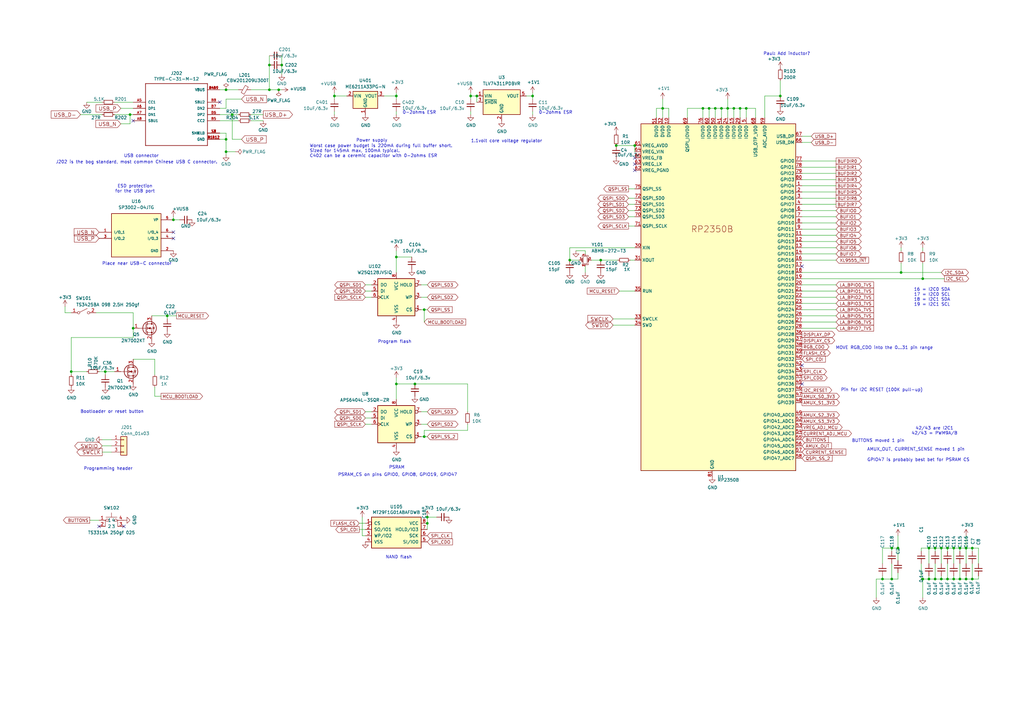
<source format=kicad_sch>
(kicad_sch (version 20231120) (generator "eeschema") (generator_version "8.0")
  (paper "A3")
  (junction (at 369.57 111.76))
  (junction (at 173.99 127))
  (junction (at 368.3 224.79))
  (junction (at 290.83 44.45))
  (junction (at 393.7 224.79))
  (junction (at 175.26 212.09))
  (junction (at 29.21 152.4))
  (junction (at 378.46 237.49))
  (junction (at 252.73 59.69))
  (junction (at 271.78 44.45))
  (junction (at 233.68 106.68))
  (junction (at 396.24 237.49))
  (junction (at 293.37 44.45))
  (junction (at 381 237.49))
  (junction (at 173.99 179.07))
  (junction (at 246.38 106.68))
  (junction (at 193.04 39.37))
  (junction (at 115.57 26.67))
  (junction (at 288.29 44.45))
  (junction (at 260.35 59.69))
  (junction (at 383.54 237.49))
  (junction (at 43.18 152.4))
  (junction (at 162.56 157.48))
  (junction (at 396.24 224.79))
  (junction (at 393.7 237.49))
  (junction (at 398.78 224.79))
  (junction (at 110.49 26.67))
  (junction (at 195.58 39.37))
  (junction (at 218.44 39.37))
  (junction (at 95.25 46.99))
  (junction (at 170.18 157.48))
  (junction (at 361.95 237.49))
  (junction (at 398.78 237.49))
  (junction (at 110.49 36.83))
  (junction (at 137.16 39.37))
  (junction (at 378.46 114.3))
  (junction (at 391.16 237.49))
  (junction (at 298.45 44.45))
  (junction (at 68.58 129.54))
  (junction (at 388.62 237.49))
  (junction (at 320.04 39.37))
  (junction (at 114.3 36.83))
  (junction (at 162.56 105.41))
  (junction (at 71.12 90.17))
  (junction (at 381 224.79))
  (junction (at 386.08 237.49))
  (junction (at 295.91 44.45))
  (junction (at 53.34 46.99))
  (junction (at 391.16 224.79))
  (junction (at 162.56 39.37))
  (junction (at 365.76 237.49))
  (junction (at 365.76 224.79))
  (junction (at 92.71 36.83))
  (junction (at 306.07 44.45))
  (junction (at 175.26 214.63))
  (junction (at 303.53 44.45))
  (junction (at 388.62 224.79))
  (junction (at 92.71 57.15))
  (junction (at 386.08 224.79))
  (junction (at 92.71 62.23))
  (junction (at 300.99 44.45))
  (junction (at 383.54 224.79))
  (junction (at 54.61 134.62))
  (no_connect (at 90.17 41.91))
  (no_connect (at 260.35 67.31))
  (no_connect (at 260.35 69.85))
  (no_connect (at 328.93 157.48))
  (no_connect (at 328.93 109.22))
  (no_connect (at 260.35 64.77))
  (no_connect (at 54.61 49.53))
  (no_connect (at 328.93 149.86))
  (no_connect (at 40.64 215.9))
  (no_connect (at 50.8 215.9))
  (no_connect (at 71.12 95.25))
  (no_connect (at 71.12 97.79))
  (wire (pts (xy 328.93 83.82) (xy 342.9 83.82)))
  (wire (pts (xy 303.53 44.45) (xy 306.07 44.45)))
  (wire (pts (xy 386.08 237.49) (xy 383.54 237.49)))
  (wire (pts (xy 29.21 153.67) (xy 29.21 152.4)))
  (wire (pts (xy 29.21 152.4) (xy 35.56 152.4)))
  (wire (pts (xy 260.35 83.82) (xy 257.81 83.82)))
  (wire (pts (xy 95.25 57.15) (xy 99.06 57.15)))
  (wire (pts (xy 40.64 152.4) (xy 43.18 152.4)))
  (wire (pts (xy 401.32 224.79) (xy 398.78 224.79)))
  (wire (pts (xy 29.21 128.27) (xy 26.67 128.27)))
  (wire (pts (xy 260.35 88.9) (xy 257.81 88.9)))
  (wire (pts (xy 313.69 39.37) (xy 313.69 48.26)))
  (wire (pts (xy 298.45 44.45) (xy 298.45 48.26)))
  (wire (pts (xy 251.46 133.35) (xy 260.35 133.35)))
  (wire (pts (xy 68.58 130.81) (xy 68.58 129.54)))
  (wire (pts (xy 41.91 185.42) (xy 45.72 185.42)))
  (wire (pts (xy 386.08 231.14) (xy 386.08 224.79)))
  (wire (pts (xy 90.17 57.15) (xy 92.71 57.15)))
  (wire (pts (xy 377.825 237.49) (xy 378.46 237.49)))
  (wire (pts (xy 218.44 39.37) (xy 218.44 40.64)))
  (wire (pts (xy 102.87 49.53) (xy 107.95 49.53)))
  (wire (pts (xy 381 237.49) (xy 378.46 237.49)))
  (wire (pts (xy 92.71 62.23) (xy 92.71 63.5)))
  (wire (pts (xy 115.57 26.67) (xy 115.57 30.48)))
  (wire (pts (xy 260.35 130.81) (xy 251.46 130.81)))
  (wire (pts (xy 218.44 38.1) (xy 218.44 39.37)))
  (wire (pts (xy 369.57 111.76) (xy 386.08 111.76)))
  (wire (pts (xy 54.61 41.91) (xy 46.99 41.91)))
  (wire (pts (xy 173.99 127) (xy 172.72 127)))
  (wire (pts (xy 195.58 39.37) (xy 195.58 41.91)))
  (wire (pts (xy 328.93 104.14) (xy 342.9 104.14)))
  (wire (pts (xy 396.24 237.49) (xy 398.78 237.49)))
  (wire (pts (xy 162.56 105.41) (xy 162.56 102.87)))
  (wire (pts (xy 92.71 54.61) (xy 92.71 57.15)))
  (wire (pts (xy 152.4 171.45) (xy 149.86 171.45)))
  (wire (pts (xy 253.365 106.68) (xy 246.38 106.68)))
  (wire (pts (xy 26.67 128.27) (xy 26.67 125.73)))
  (wire (pts (xy 162.56 163.83) (xy 162.56 157.48)))
  (wire (pts (xy 377.825 224.79) (xy 377.825 226.06)))
  (wire (pts (xy 378.46 101.6) (xy 378.46 102.87)))
  (wire (pts (xy 54.61 44.45) (xy 49.53 44.45)))
  (wire (pts (xy 342.9 66.04) (xy 328.93 66.04)))
  (wire (pts (xy 193.04 45.72) (xy 193.04 46.99)))
  (wire (pts (xy 36.83 213.36) (xy 40.64 213.36)))
  (wire (pts (xy 300.99 44.45) (xy 303.53 44.45)))
  (wire (pts (xy 99.06 40.64) (xy 92.71 40.64)))
  (wire (pts (xy 162.56 39.37) (xy 162.56 40.64)))
  (wire (pts (xy 381 224.79) (xy 377.825 224.79)))
  (wire (pts (xy 175.26 127) (xy 173.99 127)))
  (wire (pts (xy 29.21 138.43) (xy 54.61 138.43)))
  (wire (pts (xy 175.26 214.63) (xy 175.26 217.17)))
  (wire (pts (xy 388.62 231.14) (xy 388.62 237.49)))
  (wire (pts (xy 271.78 40.64) (xy 271.78 44.45)))
  (wire (pts (xy 328.93 73.66) (xy 342.9 73.66)))
  (wire (pts (xy 398.78 231.14) (xy 398.78 237.49)))
  (wire (pts (xy 300.99 44.45) (xy 300.99 48.26)))
  (wire (pts (xy 175.26 168.91) (xy 172.72 168.91)))
  (wire (pts (xy 137.16 38.1) (xy 137.16 39.37)))
  (wire (pts (xy 342.9 132.08) (xy 328.93 132.08)))
  (wire (pts (xy 393.7 226.06) (xy 393.7 224.79)))
  (wire (pts (xy 152.4 119.38) (xy 149.86 119.38)))
  (wire (pts (xy 96.52 62.23) (xy 92.71 62.23)))
  (wire (pts (xy 260.35 59.69) (xy 260.35 62.23)))
  (wire (pts (xy 41.91 41.91) (xy 35.56 41.91)))
  (wire (pts (xy 43.18 152.4) (xy 43.18 153.67)))
  (wire (pts (xy 29.21 152.4) (xy 29.21 138.43)))
  (wire (pts (xy 368.3 219.71) (xy 368.3 224.79)))
  (wire (pts (xy 152.4 173.99) (xy 149.86 173.99)))
  (wire (pts (xy 328.93 68.58) (xy 342.9 68.58)))
  (wire (pts (xy 237.49 106.68) (xy 233.68 106.68)))
  (wire (pts (xy 393.7 224.79) (xy 391.16 224.79)))
  (wire (pts (xy 320.04 33.02) (xy 320.04 39.37)))
  (wire (pts (xy 388.62 237.49) (xy 386.08 237.49)))
  (wire (pts (xy 39.37 128.27) (xy 54.61 128.27)))
  (wire (pts (xy 342.9 129.54) (xy 328.93 129.54)))
  (wire (pts (xy 396.24 224.79) (xy 396.24 219.71)))
  (wire (pts (xy 260.35 86.36) (xy 257.81 86.36)))
  (wire (pts (xy 149.86 219.71) (xy 148.59 219.71)))
  (wire (pts (xy 162.56 38.1) (xy 162.56 39.37)))
  (wire (pts (xy 332.74 55.88) (xy 328.93 55.88)))
  (wire (pts (xy 398.78 226.06) (xy 398.78 224.79)))
  (wire (pts (xy 361.95 224.79) (xy 365.76 224.79)))
  (wire (pts (xy 309.88 44.45) (xy 309.88 48.26)))
  (wire (pts (xy 41.91 182.88) (xy 45.72 182.88)))
  (wire (pts (xy 92.71 44.45) (xy 90.17 44.45)))
  (wire (pts (xy 173.99 176.53) (xy 191.77 176.53)))
  (wire (pts (xy 328.93 101.6) (xy 342.9 101.6)))
  (wire (pts (xy 92.71 40.64) (xy 92.71 44.45)))
  (wire (pts (xy 342.9 127) (xy 328.93 127)))
  (wire (pts (xy 298.45 44.45) (xy 300.99 44.45)))
  (wire (pts (xy 381 236.22) (xy 381 237.49)))
  (wire (pts (xy 173.99 179.07) (xy 173.99 176.53)))
  (wire (pts (xy 92.71 36.83) (xy 97.79 36.83)))
  (wire (pts (xy 260.35 101.6) (xy 233.68 101.6)))
  (wire (pts (xy 175.26 212.09) (xy 175.26 214.63)))
  (wire (pts (xy 162.56 111.76) (xy 162.56 105.41)))
  (wire (pts (xy 115.57 22.86) (xy 115.57 26.67)))
  (wire (pts (xy 383.54 237.49) (xy 381 237.49)))
  (wire (pts (xy 332.74 58.42) (xy 328.93 58.42)))
  (wire (pts (xy 162.56 157.48) (xy 170.18 157.48)))
  (wire (pts (xy 110.49 36.83) (xy 114.3 36.83)))
  (wire (pts (xy 342.9 134.62) (xy 328.93 134.62)))
  (wire (pts (xy 388.62 224.79) (xy 386.08 224.79)))
  (wire (pts (xy 90.17 54.61) (xy 92.71 54.61)))
  (wire (pts (xy 383.54 224.79) (xy 381 224.79)))
  (wire (pts (xy 110.49 26.67) (xy 110.49 36.83)))
  (wire (pts (xy 215.9 39.37) (xy 218.44 39.37)))
  (wire (pts (xy 368.3 224.79) (xy 368.3 229.87)))
  (wire (pts (xy 401.32 231.14) (xy 401.32 224.79)))
  (wire (pts (xy 54.61 128.27) (xy 54.61 134.62)))
  (wire (pts (xy 361.95 231.14) (xy 361.95 224.79)))
  (wire (pts (xy 342.9 81.28) (xy 328.93 81.28)))
  (wire (pts (xy 260.35 59.69) (xy 252.73 59.69)))
  (wire (pts (xy 191.77 157.48) (xy 170.18 157.48)))
  (wire (pts (xy 71.12 88.9) (xy 71.12 90.17)))
  (wire (pts (xy 97.79 46.99) (xy 95.25 46.99)))
  (wire (pts (xy 175.26 173.99) (xy 172.72 173.99)))
  (wire (pts (xy 378.46 114.3) (xy 387.35 114.3)))
  (wire (pts (xy 260.35 77.47) (xy 257.81 77.47)))
  (wire (pts (xy 110.49 22.86) (xy 110.49 26.67)))
  (wire (pts (xy 398.78 224.79) (xy 396.24 224.79)))
  (wire (pts (xy 328.93 99.06) (xy 342.9 99.06)))
  (wire (pts (xy 365.76 237.49) (xy 368.3 237.49)))
  (wire (pts (xy 62.23 129.54) (xy 68.58 129.54)))
  (wire (pts (xy 328.93 106.68) (xy 342.9 106.68)))
  (wire (pts (xy 369.57 107.95) (xy 369.57 111.76)))
  (wire (pts (xy 383.54 231.14) (xy 383.54 237.49)))
  (wire (pts (xy 381 231.14) (xy 381 224.79)))
  (wire (pts (xy 391.16 236.22) (xy 391.16 237.49)))
  (wire (pts (xy 179.07 212.09) (xy 175.26 212.09)))
  (wire (pts (xy 193.04 40.64) (xy 193.04 39.37)))
  (wire (pts (xy 137.16 45.72) (xy 137.16 46.99)))
  (wire (pts (xy 68.58 129.54) (xy 72.39 129.54)))
  (wire (pts (xy 41.91 180.34) (xy 45.72 180.34)))
  (wire (pts (xy 396.24 236.22) (xy 396.24 237.49)))
  (wire (pts (xy 328.93 96.52) (xy 342.9 96.52)))
  (wire (pts (xy 102.87 36.83) (xy 110.49 36.83)))
  (wire (pts (xy 342.9 116.84) (xy 328.93 116.84)))
  (wire (pts (xy 369.57 102.87) (xy 369.57 101.6)))
  (wire (pts (xy 386.08 224.79) (xy 383.54 224.79)))
  (wire (pts (xy 281.94 44.45) (xy 288.29 44.45)))
  (wire (pts (xy 54.61 46.99) (xy 53.34 46.99)))
  (wire (pts (xy 281.94 48.26) (xy 281.94 44.45)))
  (wire (pts (xy 396.24 237.49) (xy 393.7 237.49)))
  (wire (pts (xy 298.45 40.64) (xy 298.45 44.45)))
  (wire (pts (xy 342.9 119.38) (xy 328.93 119.38)))
  (wire (pts (xy 254 119.38) (xy 260.35 119.38)))
  (wire (pts (xy 342.9 71.12) (xy 328.93 71.12)))
  (wire (pts (xy 152.4 116.84) (xy 149.86 116.84)))
  (wire (pts (xy 102.87 46.99) (xy 107.95 46.99)))
  (wire (pts (xy 383.54 226.06) (xy 383.54 224.79)))
  (wire (pts (xy 313.69 39.37) (xy 320.04 39.37)))
  (wire (pts (xy 342.9 121.92) (xy 328.93 121.92)))
  (wire (pts (xy 393.7 237.49) (xy 391.16 237.49)))
  (wire (pts (xy 295.91 44.45) (xy 295.91 48.26)))
  (wire (pts (xy 90.17 46.99) (xy 95.25 46.99)))
  (wire (pts (xy 328.93 88.9) (xy 342.9 88.9)))
  (wire (pts (xy 274.32 44.45) (xy 274.32 48.26)))
  (wire (pts (xy 195.58 39.37) (xy 193.04 39.37)))
  (wire (pts (xy 260.35 81.28) (xy 257.81 81.28)))
  (wire (pts (xy 365.76 231.14) (xy 365.76 237.49)))
  (wire (pts (xy 359.41 237.49) (xy 359.41 245.11)))
  (wire (pts (xy 378.46 107.95) (xy 378.46 114.3)))
  (wire (pts (xy 63.5 162.56) (xy 66.04 162.56)))
  (wire (pts (xy 162.56 105.41) (xy 168.91 105.41)))
  (wire (pts (xy 53.34 50.8) (xy 53.34 46.99)))
  (wire (pts (xy 53.34 46.99) (xy 46.99 46.99)))
  (wire (pts (xy 149.86 214.63) (xy 147.32 214.63)))
  (wire (pts (xy 271.78 44.45) (xy 274.32 44.45)))
  (wire (pts (xy 152.4 168.91) (xy 149.86 168.91)))
  (wire (pts (xy 73.66 90.17) (xy 71.12 90.17)))
  (wire (pts (xy 342.9 124.46) (xy 328.93 124.46)))
  (wire (pts (xy 391.16 237.49) (xy 388.62 237.49)))
  (wire (pts (xy 393.7 231.14) (xy 393.7 237.49)))
  (wire (pts (xy 342.9 86.36) (xy 328.93 86.36)))
  (wire (pts (xy 328.93 114.3) (xy 378.46 114.3)))
  (wire (pts (xy 260.35 92.71) (xy 257.81 92.71)))
  (wire (pts (xy 386.08 236.22) (xy 386.08 237.49)))
  (wire (pts (xy 396.24 231.14) (xy 396.24 224.79)))
  (wire (pts (xy 328.93 111.76) (xy 369.57 111.76)))
  (wire (pts (xy 240.03 109.22) (xy 240.03 111.76)))
  (wire (pts (xy 365.76 224.79) (xy 365.76 226.06)))
  (wire (pts (xy 377.825 231.14) (xy 377.825 237.49)))
  (wire (pts (xy 41.91 46.99) (xy 33.02 46.99)))
  (wire (pts (xy 191.77 176.53) (xy 191.77 173.99)))
  (wire (pts (xy 191.77 168.91) (xy 191.77 157.48)))
  (wire (pts (xy 175.26 179.07) (xy 173.99 179.07)))
  (wire (pts (xy 293.37 44.45) (xy 295.91 44.45)))
  (wire (pts (xy 293.37 44.45) (xy 293.37 48.26)))
  (wire (pts (xy 137.16 40.64) (xy 137.16 39.37)))
  (wire (pts (xy 147.32 217.17) (xy 149.86 217.17)))
  (wire (pts (xy 361.95 236.22) (xy 361.95 237.49)))
  (wire (pts (xy 401.32 237.49) (xy 401.32 236.22)))
  (wire (pts (xy 391.16 224.79) (xy 388.62 224.79)))
  (wire (pts (xy 240.03 102.87) (xy 240.03 104.14)))
  (wire (pts (xy 43.18 152.4) (xy 46.99 152.4)))
  (wire (pts (xy 95.25 46.99) (xy 95.25 57.15)))
  (wire (pts (xy 391.16 231.14) (xy 391.16 224.79)))
  (wire (pts (xy 90.17 36.83) (xy 92.71 36.83)))
  (wire (pts (xy 303.53 48.26) (xy 303.53 44.45)))
  (wire (pts (xy 288.29 44.45) (xy 288.29 48.26)))
  (wire (pts (xy 342.9 76.2) (xy 328.93 76.2)))
  (wire (pts (xy 290.83 44.45) (xy 293.37 44.45)))
  (wire (pts (xy 175.26 116.84) (xy 172.72 116.84)))
  (wire (pts (xy 90.17 49.53) (xy 97.79 49.53)))
  (wire (pts (xy 193.04 38.1) (xy 193.04 39.37)))
  (wire (pts (xy 63.5 153.67) (xy 63.5 147.32)))
  (wire (pts (xy 328.93 78.74) (xy 342.9 78.74)))
  (wire (pts (xy 306.07 44.45) (xy 306.07 48.26)))
  (wire (pts (xy 54.61 134.62) (xy 54.61 138.43)))
  (wire (pts (xy 393.7 224.79) (xy 396.24 224.79)))
  (wire (pts (xy 233.68 101.6) (xy 233.68 106.68)))
  (wire (pts (xy 271.78 44.45) (xy 269.24 44.45)))
  (wire (pts (xy 368.3 234.95) (xy 368.3 237.49)))
  (wire (pts (xy 290.83 44.45) (xy 290.83 48.26)))
  (wire (pts (xy 162.56 157.48) (xy 162.56 154.94)))
  (wire (pts (xy 306.07 44.45) (xy 309.88 44.45)))
  (wire (pts (xy 361.95 237.49) (xy 365.76 237.49)))
  (wire (pts (xy 398.78 237.49) (xy 401.32 237.49)))
  (wire (pts (xy 175.26 121.92) (xy 172.72 121.92)))
  (wire (pts (xy 63.5 147.32) (xy 54.61 147.32)))
  (wire (pts (xy 173.99 127) (xy 173.99 132.08)))
  (wire (pts (xy 260.35 106.68) (xy 258.445 106.68)))
  (wire (pts (xy 236.22 102.87) (xy 240.03 102.87)))
  (wire (pts (xy 359.41 237.49) (xy 361.95 237.49)))
  (wire (pts (xy 92.71 57.15) (xy 92.71 62.23)))
  (wire (pts (xy 388.62 226.06) (xy 388.62 224.79)))
  (wire (pts (xy 114.3 36.83) (xy 115.57 36.83)))
  (wire (pts (xy 269.24 44.45) (xy 269.24 48.26)))
  (wire (pts (xy 218.44 45.72) (xy 218.44 46.99)))
  (wire (pts (xy 295.91 44.45) (xy 298.45 44.45)))
  (wire (pts (xy 242.57 106.68) (xy 246.38 106.68)))
  (wire (pts (xy 288.29 44.45) (xy 290.83 44.45)))
  (wire (pts (xy 152.4 121.92) (xy 149.86 121.92)))
  (wire (pts (xy 342.9 91.44) (xy 328.93 91.44)))
  (wire (pts (xy 368.3 224.79) (xy 365.76 224.79)))
  (wire (pts (xy 157.48 39.37) (xy 162.56 39.37)))
  (wire (pts (xy 173.99 179.07) (xy 172.72 179.07)))
  (wire (pts (xy 162.56 45.72) (xy 162.56 46.99)))
  (wire (pts (xy 63.5 158.75) (xy 63.5 162.56)))
  (wire (pts (xy 49.53 50.8) (xy 53.34 50.8)))
  (wire (pts (xy 148.59 219.71) (xy 148.59 212.09)))
  (wire (pts (xy 142.24 39.37) (xy 137.16 39.37)))
  (wire (pts (xy 328.93 93.98) (xy 342.9 93.98)))
  (wire (pts (xy 271.78 44.45) (xy 271.78 48.26)))
  (wire (pts (xy 378.46 237.49) (xy 378.46 245.11)))
  (text "42/43 are I2C1\n42/43 = PWM9A/B" (at 383.286 176.784 0) (effects (font (size 1.27 1.27))))
  (text "PSRAM\n" (at 159.512 192.532 0) (effects (font (size 1.27 1.27)) (justify left bottom)))
  (text "GPIO47 is probably best bet for PSRAM CS\n" (at 376.682 188.722 0) (effects (font (size 1.27 1.27))))
  (text "USB connector" (at 50.8 64.77 0) (effects (font (size 1.27 1.27)) (justify left bottom)))
  (text "NAND flash\n" (at 163.576 228.6 0) (effects (font (size 1.27 1.27))))
  (text "Pin for I2C RESET (100K pull-up)\n" (at 361.696 160.02 0) (effects (font (size 1.27 1.27))))
  (text "Bootloader or reset button" (at 45.974 168.91 0) (effects (font (size 1.27 1.27))))
  (text "Place near USB-C connector" (at 56.134 108.204 0) (effects (font (size 1.27 1.27))))
  (text "16 = I2C0 SDA\n17 = I2C0 SCL\n18 = I2C1 SDA\n19 = I2C1 SCL" (at 382.27 121.92 0) (effects (font (size 1.27 1.27))))
  (text "Power supply" (at 146.05 58.42 0) (effects (font (size 1.27 1.27)) (justify left bottom)))
  (text "ESD protection\nfor the USB port" (at 55.372 77.47 0) (effects (font (size 1.27 1.27))))
  (text "AMUX_OUT, CURRENT_SENSE moved 1 pin" (at 375.666 184.404 0) (effects (font (size 1.27 1.27))))
  (text "MOVE RGB_CDO into the 0...31 pin range\n" (at 362.712 142.748 0) (effects (font (size 1.27 1.27))))
  (text "J202 is the bog standard, most common Chinese USB C connector." (at 22.86 67.31 0) (effects (font (size 1.27 1.27)) (justify left bottom)))
  (text "Program flash" (at 154.94 140.97 0) (effects (font (size 1.27 1.27)) (justify left bottom)))
  (text "Worst case power budget is 220mA during full buffer short.\nSized for 145mA max, 100mA typical.\nC402 can be a ceremic capacitor with 0-2ohms ESR" (at 127 64.77 0) (effects (font (size 1.27 1.27)) (justify left bottom)))
  (text "Paul: Add inductor?" (at 313.055 22.86 0) (effects (font (size 1.27 1.27)) (justify left bottom)))
  (text "1.1volt core voltage regulator" (at 207.772 57.912 0) (effects (font (size 1.27 1.27))))
  (text "PSRAM_CS on pins GPIO0, GPIO8, GPIO19, GPIO47" (at 163.068 194.818 0) (effects (font (size 1.27 1.27))))
  (text "Programming header" (at 34.29 193.04 0) (effects (font (size 1.27 1.27)) (justify left bottom)))
  (text "0-2ohms ESR\n" (at 165.1 46.99 0) (effects (font (size 1.27 1.27)) (justify left bottom)))
  (text "0-2ohms ESR\n" (at 220.98 46.99 0) (effects (font (size 1.27 1.27)) (justify left bottom)))
  (text "BUTTONS moved 1 pin\n" (at 360.172 180.848 0) (effects (font (size 1.27 1.27))))
  (global_label "BUFIO3" (shape bidirectional) (at 342.9 93.98 0) (property "Intersheetrefs" "${INTERSHEET_REFS}" (effects (hide yes))))
  (global_label "BUFDIR3" (shape output) (at 342.9 73.66 0) (property "Intersheetrefs" "${INTERSHEET_REFS}" (effects (hide yes))))
  (global_label "BUFIO1" (shape bidirectional) (at 342.9 88.9 0) (property "Intersheetrefs" "${INTERSHEET_REFS}" (effects (hide yes))))
  (global_label "LA_BPIO4_TVS" (shape input) (at 342.9 127 0) (property "Intersheetrefs" "${INTERSHEET_REFS}" (effects (hide yes))))
  (global_label "QSPI_SD3" (shape bidirectional) (at 257.81 88.9 180) (property "Intersheetrefs" "${INTERSHEET_REFS}" (effects (hide yes))))
  (global_label "SWDIO" (shape bidirectional) (at 251.46 133.35 180) (effects (font (size 1.524 1.524))) (property "Intersheetrefs" "${INTERSHEET_REFS}" (effects (hide yes))))
  (global_label "QSPI_SCLK" (shape input) (at 149.86 121.92 180) (property "Intersheetrefs" "${INTERSHEET_REFS}" (effects (hide yes))))
  (global_label "SPI_CDO" (shape input) (at 175.26 222.25 0) (property "Intersheetrefs" "${INTERSHEET_REFS}" (effects (hide yes))))
  (global_label "QSPI_SS" (shape input) (at 175.26 127 0) (property "Intersheetrefs" "${INTERSHEET_REFS}" (effects (hide yes))))
  (global_label "AMUX_S1_3V3" (shape output) (at 328.93 165.1 0) (property "Intersheetrefs" "${INTERSHEET_REFS}" (effects (hide yes))))
  (global_label "SPI_CDI" (shape output) (at 147.32 217.17 180) (property "Intersheetrefs" "${INTERSHEET_REFS}" (effects (hide yes))))
  (global_label "FLASH_CS" (shape input) (at 147.32 214.63 180) (property "Intersheetrefs" "${INTERSHEET_REFS}" (effects (hide yes))))
  (global_label "RGB_CDO" (shape output) (at 328.93 142.24 0) (property "Intersheetrefs" "${INTERSHEET_REFS}" (effects (hide yes))))
  (global_label "I2C_SDA" (shape bidirectional) (at 386.08 111.76 0) (property "Intersheetrefs" "${INTERSHEET_REFS}" (effects (hide yes))))
  (global_label "AMUX_S0_3V3" (shape output) (at 328.93 162.56 0) (property "Intersheetrefs" "${INTERSHEET_REFS}" (effects (hide yes))))
  (global_label "MCU_RESET" (shape input) (at 254 119.38 180) (property "Intersheetrefs" "${INTERSHEET_REFS}" (effects (hide yes))))
  (global_label "USB_N" (shape input) (at 49.53 50.8 180) (effects (font (size 1.524 1.524))) (property "Intersheetrefs" "${INTERSHEET_REFS}" (effects (hide yes))))
  (global_label "USB_P" (shape input) (at 49.53 44.45 180) (effects (font (size 1.524 1.524))) (property "Intersheetrefs" "${INTERSHEET_REFS}" (effects (hide yes))))
  (global_label "LA_BPIO6_TVS" (shape input) (at 342.9 132.08 0) (property "Intersheetrefs" "${INTERSHEET_REFS}" (effects (hide yes))))
  (global_label "SWCLK" (shape output) (at 41.91 185.42 180) (effects (font (size 1.524 1.524))) (property "Intersheetrefs" "${INTERSHEET_REFS}" (effects (hide yes))))
  (global_label "QSPI_SD1" (shape bidirectional) (at 149.86 168.91 180) (property "Intersheetrefs" "${INTERSHEET_REFS}" (effects (hide yes))))
  (global_label "CURRENT_SENSE" (shape input) (at 328.93 185.42 0) (property "Intersheetrefs" "${INTERSHEET_REFS}" (effects (hide yes))))
  (global_label "QSPI_SS_2" (shape input) (at 175.26 179.07 0) (property "Intersheetrefs" "${INTERSHEET_REFS}" (effects (hide yes))))
  (global_label "QSPI_SCLK" (shape output) (at 257.81 92.71 180) (property "Intersheetrefs" "${INTERSHEET_REFS}" (effects (hide yes))))
  (global_label "BUTTONS" (shape input) (at 328.93 180.34 0) (property "Intersheetrefs" "${INTERSHEET_REFS}" (effects (hide yes))))
  (global_label "I2C_SCL" (shape output) (at 387.35 114.3 0) (property "Intersheetrefs" "${INTERSHEET_REFS}" (effects (hide yes))))
  (global_label "VREG_ADJ_MCU" (shape output) (at 328.93 175.26 0) (property "Intersheetrefs" "${INTERSHEET_REFS}" (effects (hide yes))))
  (global_label "BUFDIR1" (shape output) (at 342.9 68.58 0) (property "Intersheetrefs" "${INTERSHEET_REFS}" (effects (hide yes))))
  (global_label "BUFIO7" (shape bidirectional) (at 342.9 104.14 0) (property "Intersheetrefs" "${INTERSHEET_REFS}" (effects (hide yes))))
  (global_label "LA_BPIO3_TVS" (shape input) (at 342.9 124.46 0) (property "Intersheetrefs" "${INTERSHEET_REFS}" (effects (hide yes))))
  (global_label "LA_BPIO2_TVS" (shape input) (at 342.9 121.92 0) (property "Intersheetrefs" "${INTERSHEET_REFS}" (effects (hide yes))))
  (global_label "XL9555_~{INT}" (shape input) (at 342.9 106.68 0) (property "Intersheetrefs" "${INTERSHEET_REFS}" (effects (hide yes))))
  (global_label "CURRENT_ADJ_MCU" (shape output) (at 328.93 177.8 0) (property "Intersheetrefs" "${INTERSHEET_REFS}" (effects (hide yes))))
  (global_label "QSPI_SD2" (shape bidirectional) (at 175.26 173.99 0) (property "Intersheetrefs" "${INTERSHEET_REFS}" (effects (hide yes))))
  (global_label "QSPI_SD3" (shape bidirectional) (at 175.26 168.91 0) (property "Intersheetrefs" "${INTERSHEET_REFS}" (effects (hide yes))))
  (global_label "AMUX_OUT" (shape input) (at 328.93 182.88 0) (property "Intersheetrefs" "${INTERSHEET_REFS}" (effects (hide yes))))
  (global_label "QSPI_SD2" (shape bidirectional) (at 175.26 121.92 0) (property "Intersheetrefs" "${INTERSHEET_REFS}" (effects (hide yes))))
  (global_label "BUFDIR0" (shape output) (at 342.9 66.04 0) (property "Intersheetrefs" "${INTERSHEET_REFS}" (effects (hide yes))))
  (global_label "USB_N" (shape input) (at 40.64 95.25 180) (effects (font (size 1.524 1.524))) (property "Intersheetrefs" "${INTERSHEET_REFS}" (effects (hide yes))))
  (global_label "SPI_CLK" (shape output) (at 328.93 152.4 0) (property "Intersheetrefs" "${INTERSHEET_REFS}" (effects (hide yes))))
  (global_label "MCU_RESET" (shape output) (at 72.39 129.54 0) (property "Intersheetrefs" "${INTERSHEET_REFS}" (effects (hide yes))))
  (global_label "BUFIO6" (shape bidirectional) (at 342.9 101.6 0) (property "Intersheetrefs" "${INTERSHEET_REFS}" (effects (hide yes))))
  (global_label "BUTTONS" (shape output) (at 36.83 213.36 180) (property "Intersheetrefs" "${INTERSHEET_REFS}" (effects (hide yes))))
  (global_label "QSPI_SS" (shape output) (at 257.81 77.47 180) (property "Intersheetrefs" "${INTERSHEET_REFS}" (effects (hide yes))))
  (global_label "SPI_CDI" (shape input) (at 328.93 147.32 0) (property "Intersheetrefs" "${INTERSHEET_REFS}" (effects (hide yes))))
  (global_label "SWCLK" (shape input) (at 251.46 130.81 180) (effects (font (size 1.524 1.524))) (property "Intersheetrefs" "${INTERSHEET_REFS}" (effects (hide yes))))
  (global_label "QSPI_SD1" (shape bidirectional) (at 149.86 116.84 180) (property "Intersheetrefs" "${INTERSHEET_REFS}" (effects (hide yes))))
  (global_label "LA_BPIO1_TVS" (shape input) (at 342.9 119.38 0) (property "Intersheetrefs" "${INTERSHEET_REFS}" (effects (hide yes))))
  (global_label "QSPI_SD0" (shape bidirectional) (at 149.86 171.45 180) (property "Intersheetrefs" "${INTERSHEET_REFS}" (effects (hide yes))))
  (global_label "DISPLAY_CS" (shape output) (at 328.93 139.7 0) (property "Intersheetrefs" "${INTERSHEET_REFS}" (effects (hide yes))))
  (global_label "USB_D-" (shape input) (at 33.02 46.99 180) (effects (font (size 1.524 1.524))) (property "Intersheetrefs" "${INTERSHEET_REFS}" (effects (hide yes))))
  (global_label "QSPI_SD2" (shape bidirectional) (at 257.81 86.36 180) (property "Intersheetrefs" "${INTERSHEET_REFS}" (effects (hide yes))))
  (global_label "LA_BPIO0_TVS" (shape input) (at 342.9 116.84 0) (property "Intersheetrefs" "${INTERSHEET_REFS}" (effects (hide yes))))
  (global_label "USB_D+" (shape input) (at 332.74 55.88 0) (property "Intersheetrefs" "${INTERSHEET_REFS}" (effects (hide yes))))
  (global_label "BUFDIR2" (shape output) (at 342.9 71.12 0) (property "Intersheetrefs" "${INTERSHEET_REFS}" (effects (hide yes))))
  (global_label "SPI_CLK" (shape input) (at 175.26 219.71 0) (property "Intersheetrefs" "${INTERSHEET_REFS}" (effects (hide yes))))
  (global_label "DISPLAY_DP" (shape output) (at 328.93 137.16 0) (property "Intersheetrefs" "${INTERSHEET_REFS}" (effects (hide yes))))
  (global_label "USB_P" (shape input) (at 40.64 97.79 180) (effects (font (size 1.524 1.524))) (property "Intersheetrefs" "${INTERSHEET_REFS}" (effects (hide yes))))
  (global_label "QSPI_SD1" (shape bidirectional) (at 257.81 83.82 180) (property "Intersheetrefs" "${INTERSHEET_REFS}" (effects (hide yes))))
  (global_label "LA_BPIO7_TVS" (shape input) (at 342.9 134.62 0) (property "Intersheetrefs" "${INTERSHEET_REFS}" (effects (hide yes))))
  (global_label "BUFDIR6" (shape output) (at 342.9 81.28 0) (property "Intersheetrefs" "${INTERSHEET_REFS}" (effects (hide yes))))
  (global_label "I2C_RESET" (shape output) (at 328.93 160.02 0) (property "Intersheetrefs" "${INTERSHEET_REFS}" (effects (hide yes))))
  (global_label "QSPI_SD0" (shape bidirectional) (at 257.81 81.28 180) (property "Intersheetrefs" "${INTERSHEET_REFS}" (effects (hide yes))))
  (global_label "MCU_BOOTLOAD" (shape output) (at 66.04 162.56 0) (property "Intersheetrefs" "${INTERSHEET_REFS}" (effects (hide yes))))
  (global_label "USB_P" (shape input) (at 99.06 57.15 0) (effects (font (size 1.524 1.524))) (property "Intersheetrefs" "${INTERSHEET_REFS}" (effects (hide yes))))
  (global_label "QSPI_SS_2" (shape input) (at 328.93 187.96 0) (property "Intersheetrefs" "${INTERSHEET_REFS}" (effects (hide yes))))
  (global_label "MCU_BOOTLOAD" (shape input) (at 173.99 132.08 0) (property "Intersheetrefs" "${INTERSHEET_REFS}" (effects (hide yes))))
  (global_label "USB_N" (shape input) (at 99.06 40.64 0) (effects (font (size 1.524 1.524))) (property "Intersheetrefs" "${INTERSHEET_REFS}" (effects (hide yes))))
  (global_label "QSPI_SCLK" (shape input) (at 149.86 173.99 180) (property "Intersheetrefs" "${INTERSHEET_REFS}" (effects (hide yes))))
  (global_label "BUFIO4" (shape bidirectional) (at 342.9 96.52 0) (property "Intersheetrefs" "${INTERSHEET_REFS}" (effects (hide yes))))
  (global_label "QSPI_SD3" (shape bidirectional) (at 175.26 116.84 0) (property "Intersheetrefs" "${INTERSHEET_REFS}" (effects (hide yes))))
  (global_label "LA_BPIO5_TVS" (shape input) (at 342.9 129.54 0) (property "Intersheetrefs" "${INTERSHEET_REFS}" (effects (hide yes))))
  (global_label "BUFIO0" (shape bidirectional) (at 342.9 86.36 0) (property "Intersheetrefs" "${INTERSHEET_REFS}" (effects (hide yes))))
  (global_label "SWDIO" (shape bidirectional) (at 41.91 182.88 180) (effects (font (size 1.524 1.524))) (property "Intersheetrefs" "${INTERSHEET_REFS}" (effects (hide yes))))
  (global_label "BUFDIR4" (shape output) (at 342.9 76.2 0) (property "Intersheetrefs" "${INTERSHEET_REFS}" (effects (hide yes))))
  (global_label "BUFDIR5" (shape output) (at 342.9 78.74 0) (property "Intersheetrefs" "${INTERSHEET_REFS}" (effects (hide yes))))
  (global_label "BUFDIR7" (shape output) (at 342.9 83.82 0) (property "Intersheetrefs" "${INTERSHEET_REFS}" (effects (hide yes))))
  (global_label "USB_D+" (shape output) (at 107.95 46.99 0) (effects (font (size 1.524 1.524))) (property "Intersheetrefs" "${INTERSHEET_REFS}" (effects (hide yes))))
  (global_label "BUFIO5" (shape bidirectional) (at 342.9 99.06 0) (property "Intersheetrefs" "${INTERSHEET_REFS}" (effects (hide yes))))
  (global_label "BUFIO2" (shape bidirectional) (at 342.9 91.44 0) (property "Intersheetrefs" "${INTERSHEET_REFS}" (effects (hide yes))))
  (global_label "QSPI_SD0" (shape bidirectional) (at 149.86 119.38 180) (property "Intersheetrefs" "${INTERSHEET_REFS}" (effects (hide yes))))
  (global_label "SPI_CDO" (shape output) (at 328.93 154.94 0) (property "Intersheetrefs" "${INTERSHEET_REFS}" (effects (hide yes))))
  (global_label "USB_D-" (shape input) (at 332.74 58.42 0) (property "Intersheetrefs" "${INTERSHEET_REFS}" (effects (hide yes))))
  (global_label "FLASH_CS" (shape output) (at 328.93 144.78 0) (property "Intersheetrefs" "${INTERSHEET_REFS}" (effects (hide yes))))
  (global_label "AMUX_S3_3V3" (shape output) (at 328.93 172.72 0) (property "Intersheetrefs" "${INTERSHEET_REFS}" (effects (hide yes))))
  (global_label "AMUX_S2_3V3" (shape output) (at 328.93 170.18 0) (property "Intersheetrefs" "${INTERSHEET_REFS}" (effects (hide yes))))
  (symbol (lib_id "Device:C_Small") (at 137.16 43.18 0) (unit 1)
    (property "Reference" "C401" (at 134.62 41.91 0) (effects (justify right)))
    (property "Value" "10uF/6.3v" (at 134.62 44.45 0) (effects (justify right)))
    (property "Footprint" "Capacitor_SMD:C_0402_1005Metric" (effects (hide yes)))
    (property "Description" "CL05A106MQ5NUN" (effects (hide yes)))
    (property "RMB" "0.037726" (effects (hide yes)))
    (property "Supplier" "https://item.szlcsc.com/1877.html" (effects (hide yes)))
    (property "MANUFACTURER" "Samsung" (effects (hide yes)))
  )
  (symbol (lib_id "Device:C_Small") (at 162.56 43.18 0) (unit 1)
    (property "Reference" "C402" (at 164.8968 42.0116 0) (effects (justify left)))
    (property "Value" "10uF/6.3v" (at 164.8968 44.323 0) (effects (justify left)))
    (property "Footprint" "Capacitor_SMD:C_0402_1005Metric" (effects (hide yes)))
    (property "Description" "CL05A106MQ5NUN" (effects (hide yes)))
    (property "RMB" "0.043101" (effects (hide yes)))
    (property "Supplier" "https://item.szlcsc.com/108589.html" (effects (hide yes)))
    (property "MANUFACTURER" "Samsung" (effects (hide yes)))
  )
  (symbol (lib_id "power:GND") (at 149.86 46.99 0) (unit 1)
    (property "Reference" "#PWR0403" (effects (hide yes)))
    (property "Value" "GND" (at 149.987 51.3842 0))
  )
  (symbol (lib_id "power:GND") (at 137.16 46.99 0) (unit 1)
    (property "Reference" "#PWR0402" (effects (hide yes)))
    (property "Value" "GND" (at 137.287 51.3842 0))
  )
  (symbol (lib_id "power:GND") (at 162.56 46.99 0) (unit 1)
    (property "Reference" "#PWR0405" (effects (hide yes)))
    (property "Value" "GND" (at 162.687 51.3842 0))
  )
  (symbol (lib_id "power:+3V3") (at 162.56 38.1 0) (unit 1)
    (property "Reference" "#PWR0404" (effects (hide yes)))
    (property "Value" "+3V3" (at 162.941 33.7058 0))
  )
  (symbol (lib_id "kicad5-device:Ferrite_Bead_Small") (at 100.33 36.83 270) (unit 1)
    (property "Reference" "L201" (at 100.33 30.8102 90))
    (property "Value" "CBW201209U300T" (at 101.6 33.02 90))
    (property "Footprint" "Inductor_SMD:L_0805_2012Metric" (effects (hide yes)))
    (property "RMB" "0.175802	0.175802" (effects (hide yes)))
    (property "Supplier" "https://item.szlcsc.com/263551.html" (effects (hide yes)))
  )
  (symbol (lib_id "power:GND") (at 115.57 30.48 0) (unit 1)
    (property "Reference" "#PWR0205" (effects (hide yes)))
    (property "Value" "GND" (at 115.57 34.29 0))
  )
  (symbol (lib_id "Device:R_Small") (at 44.45 41.91 90) (mirror x) (unit 1)
    (property "Reference" "R201" (at 49.53 40.64 90))
    (property "Value" "5.1K" (at 40.64 40.64 90))
    (property "Footprint" "Resistor_SMD:R_0402_1005Metric" (effects (hide yes)))
    (property "Description" "Resistor" (effects (hide yes)))
    (property "RMB" "0.0065" (effects (hide yes)))
    (property "Supplier" "https://item.szlcsc.com/107087.html" (effects (hide yes)))
  )
  (symbol (lib_id "Device:R_Small") (at 100.33 49.53 270) (unit 1)
    (property "Reference" "R204" (at 95.25 48.26 90))
    (property "Value" "5.1K" (at 104.14 48.26 90))
    (property "Footprint" "Resistor_SMD:R_0402_1005Metric" (effects (hide yes)))
    (property "Description" "Resistor" (effects (hide yes)))
    (property "RMB" "0.0065" (effects (hide yes)))
    (property "Supplier" "https://item.szlcsc.com/107087.html" (effects (hide yes)))
  )
  (symbol (lib_id "power:GND") (at 107.95 49.53 0) (unit 1)
    (property "Reference" "#PWR0204" (effects (hide yes)))
    (property "Value" "GND" (at 107.95 53.34 0))
  )
  (symbol (lib_id "Device:R_Small") (at 44.45 46.99 90) (mirror x) (unit 1)
    (property "Reference" "R202" (at 49.53 48.26 90))
    (property "Value" "27R" (at 39.37 48.26 90))
    (property "Footprint" "Resistor_SMD:R_0402_1005Metric" (effects (hide yes)))
    (property "RMB" "0.006505" (effects (hide yes)))
    (property "Supplier" "https://item.szlcsc.com/116009.html" (effects (hide yes)))
  )
  (symbol (lib_id "power:GND") (at 92.71 63.5 0) (unit 1)
    (property "Reference" "#PWR0203" (effects (hide yes)))
    (property "Value" "GND" (at 92.71 67.31 0))
  )
  (symbol (lib_id "power:GND") (at 41.91 180.34 270) (unit 1)
    (property "Reference" "#PWR0202" (effects (hide yes)))
    (property "Value" "GND" (at 36.83 180.34 90))
  )
  (symbol (lib_id "dp-power:+VUSB") (at 137.16 38.1 0) (unit 1)
    (property "Reference" "#PWR0401" (effects (hide yes)))
    (property "Value" "+VUSB" (at 134.62 34.29 0))
  )
  (symbol (lib_id "dp-power:+VUSB") (at 115.57 36.83 270) (unit 1)
    (property "Reference" "#PWR0206" (effects (hide yes)))
    (property "Value" "+VUSB" (at 118.8212 36.449 90) (effects (justify left)))
  )
  (symbol (lib_id "power:PWR_FLAG") (at 92.71 36.83 0) (unit 1)
    (property "Reference" "#FLG0201" (effects (hide yes)))
    (property "Value" "PWR_FLAG" (at 88.392 30.48 0))
  )
  (symbol (lib_id "power:GND") (at 35.56 41.91 0) (unit 1)
    (property "Reference" "#PWR0201" (effects (hide yes)))
    (property "Value" "GND" (at 35.56 45.72 0))
  )
  (symbol (lib_id "power:PWR_FLAG") (at 114.3 36.83 180) (unit 1)
    (property "Reference" "#FLG0203" (effects (hide yes)))
    (property "Value" "PWR_FLAG" (at 114.3 41.2242 0))
  )
  (symbol (lib_id "power:PWR_FLAG") (at 96.52 62.23 270) (unit 1)
    (property "Reference" "#FLG0202" (effects (hide yes)))
    (property "Value" "PWR_FLAG" (at 104.14 62.23 90))
  )
  (symbol (lib_id "power:GND") (at 162.56 132.08 0) (unit 1)
    (property "Reference" "#PWR0105" (effects (hide yes)))
    (property "Value" "GND" (at 162.687 136.4742 0))
  )
  (symbol (lib_id "power:+3V3") (at 162.56 102.87 0) (unit 1)
    (property "Reference" "#PWR0104" (effects (hide yes)))
    (property "Value" "+3V3" (at 162.56 99.06 0))
  )
  (symbol (lib_id "power:GND") (at 246.38 111.76 0) (unit 1)
    (property "Reference" "#PWR0114" (effects (hide yes)))
    (property "Value" "GND" (at 246.38 115.57 0))
  )
  (symbol (lib_id "Device:C_Small") (at 246.38 109.22 0) (unit 1)
    (property "Reference" "C106" (at 250.825 107.95 0))
    (property "Value" "15pF" (at 250.825 110.49 0))
    (property "Footprint" "Capacitor_SMD:C_0402_1005Metric" (effects (hide yes)))
    (property "RMB" "0.022142" (effects (hide yes)))
    (property "Supplier" "https://item.szlcsc.com/306263.html" (effects (hide yes)))
  )
  (symbol (lib_id "power:GND") (at 233.68 111.76 0) (unit 1)
    (property "Reference" "#PWR0111" (effects (hide yes)))
    (property "Value" "GND" (at 233.68 115.57 0))
  )
  (symbol (lib_id "Device:C_Small") (at 233.68 109.22 0) (unit 1)
    (property "Reference" "C105" (at 227.33 107.95 0))
    (property "Value" "15pF" (at 227.33 110.49 0))
    (property "Footprint" "Capacitor_SMD:C_0402_1005Metric" (effects (hide yes)))
    (property "RMB" "0.022142" (effects (hide yes)))
    (property "Supplier" "https://item.szlcsc.com/306263.html" (effects (hide yes)))
  )
  (symbol (lib_id "Device:R_Small") (at 100.33 46.99 270) (mirror x) (unit 1)
    (property "Reference" "R203" (at 95.25 45.72 90))
    (property "Value" "27R" (at 105.41 45.72 90))
    (property "Footprint" "Resistor_SMD:R_0402_1005Metric" (effects (hide yes)))
    (property "RMB" "0.006505" (effects (hide yes)))
    (property "Supplier" "https://item.szlcsc.com/116009.html" (effects (hide yes)))
  )
  (symbol (lib_id "Device:C_Small") (at 381 233.68 0) (unit 1)
    (property "Reference" "C110" (at 381 222.25 90))
    (property "Value" "0.1uF" (at 381 241.3 90))
    (property "Footprint" "Capacitor_SMD:C_0402_1005Metric" (effects (hide yes)))
    (property "RMB" "0.00628" (effects (hide yes)))
    (property "Supplier" "https://item.szlcsc.com/1877.html" (effects (hide yes)))
  )
  (symbol (lib_id "Device:C_Small") (at 383.54 228.6 0) (unit 1)
    (property "Reference" "C111" (at 383.54 222.25 90))
    (property "Value" "0.1uF" (at 383.54 241.3 90))
    (property "Footprint" "Capacitor_SMD:C_0402_1005Metric" (effects (hide yes)))
    (property "RMB" "0.00628" (effects (hide yes)))
    (property "Supplier" "https://item.szlcsc.com/1877.html" (effects (hide yes)))
  )
  (symbol (lib_id "power:+3V3") (at 396.24 219.71 0) (unit 1)
    (property "Reference" "#PWR0125" (effects (hide yes)))
    (property "Value" "+3V3" (at 396.621 215.3158 0))
  )
  (symbol (lib_id "power:GND") (at 378.46 245.11 0) (unit 1)
    (property "Reference" "#PWR0124" (effects (hide yes)))
    (property "Value" "GND" (at 378.587 249.5042 0))
  )
  (symbol (lib_id "Device:C_Small") (at 386.08 233.68 0) (unit 1)
    (property "Reference" "C112" (at 386.08 222.25 90))
    (property "Value" "0.1uF" (at 386.08 241.3 90))
    (property "Footprint" "Capacitor_SMD:C_0402_1005Metric" (effects (hide yes)))
    (property "RMB" "0.00628" (effects (hide yes)))
    (property "Supplier" "https://item.szlcsc.com/1877.html" (effects (hide yes)))
  )
  (symbol (lib_id "Device:C_Small") (at 388.62 228.6 0) (unit 1)
    (property "Reference" "C113" (at 388.62 222.25 90))
    (property "Value" "0.1uF" (at 388.62 241.3 90))
    (property "Footprint" "Capacitor_SMD:C_0402_1005Metric" (effects (hide yes)))
    (property "RMB" "0.00628" (effects (hide yes)))
    (property "Supplier" "https://item.szlcsc.com/1877.html" (effects (hide yes)))
  )
  (symbol (lib_id "Device:C_Small") (at 391.16 233.68 0) (unit 1)
    (property "Reference" "C114" (at 391.16 222.25 90))
    (property "Value" "0.1uF" (at 391.16 241.3 90))
    (property "Footprint" "Capacitor_SMD:C_0402_1005Metric" (effects (hide yes)))
    (property "RMB" "0.00628" (effects (hide yes)))
    (property "Supplier" "https://item.szlcsc.com/1877.html" (effects (hide yes)))
  )
  (symbol (lib_id "Device:C_Small") (at 393.7 228.6 0) (unit 1)
    (property "Reference" "C115" (at 393.7 222.25 90))
    (property "Value" "0.1uF" (at 393.7 241.3 90))
    (property "Footprint" "Capacitor_SMD:C_0402_1005Metric" (effects (hide yes)))
    (property "RMB" "0.00628" (effects (hide yes)))
    (property "Supplier" "https://item.szlcsc.com/1877.html" (effects (hide yes)))
  )
  (symbol (lib_id "Device:C_Small") (at 113.03 22.86 270) (mirror x) (unit 1)
    (property "Reference" "C201" (at 119.38 20.32 90) (effects (justify right)))
    (property "Value" "10uF/6.3v" (at 121.92 22.86 90) (effects (justify right)))
    (property "Footprint" "Capacitor_SMD:C_0402_1005Metric" (effects (hide yes)))
    (property "Description" "CL05A106MQ5NUN" (effects (hide yes)))
    (property "RMB" "0.037726" (effects (hide yes)))
    (property "Supplier" "https://item.szlcsc.com/1877.html" (effects (hide yes)))
    (property "MANUFACTURER" "Samsung" (effects (hide yes)))
  )
  (symbol (lib_id "Device:C_Small") (at 113.03 26.67 270) (mirror x) (unit 1)
    (property "Reference" "C202" (at 121.92 26.67 90) (effects (justify right)))
    (property "Value" "10uF/6.3v" (at 121.92 29.21 90) (effects (justify right)))
    (property "Footprint" "Capacitor_SMD:C_0402_1005Metric" (effects (hide yes)))
    (property "Description" "CL05A106MQ5NUN" (effects (hide yes)))
    (property "RMB" "0.037726" (effects (hide yes)))
    (property "Supplier" "https://item.szlcsc.com/1877.html" (effects (hide yes)))
    (property "MANUFACTURER" "Samsung" (effects (hide yes)))
  )
  (symbol (lib_id "Device:C_Small") (at 361.95 233.68 0) (unit 1)
    (property "Reference" "C117" (at 361.95 222.25 90))
    (property "Value" "0.1uF" (at 361.95 241.3 90))
    (property "Footprint" "Capacitor_SMD:C_0402_1005Metric" (effects (hide yes)))
    (property "RMB" "0.00628" (effects (hide yes)))
    (property "Supplier" "https://item.szlcsc.com/1877.html" (effects (hide yes)))
  )
  (symbol (lib_id "Device:C_Small") (at 365.76 228.6 0) (unit 1)
    (property "Reference" "C118" (at 365.76 222.25 90))
    (property "Value" "0.1uF" (at 365.76 241.3 90))
    (property "Footprint" "Capacitor_SMD:C_0402_1005Metric" (effects (hide yes)))
    (property "RMB" "0.00628" (effects (hide yes)))
    (property "Supplier" "https://item.szlcsc.com/1877.html" (effects (hide yes)))
  )
  (symbol (lib_id "power:+1V1") (at 368.3 219.71 0) (unit 1)
    (property "Reference" "#PWR0127" (effects (hide yes)))
    (property "Value" "+1V1" (at 368.681 215.3158 0))
  )
  (symbol (lib_id "power:GND") (at 359.41 245.11 0) (unit 1)
    (property "Reference" "#PWR0126" (effects (hide yes)))
    (property "Value" "GND" (at 359.537 249.5042 0))
  )
  (symbol (lib_id "Device:Crystal_GND24_Small") (at 240.03 106.68 0) (unit 1)
    (property "Reference" "Y101" (at 242.57 100.33 0) (effects (justify left)))
    (property "Value" "ABM8-272-T3" (at 242.57 102.87 0) (effects (justify left)))
    (property "Footprint" "Crystal:Crystal_SMD_3225-4Pin_3.2x2.5mm" (effects (hide yes)))
    (property "Description" "12MHz" (effects (hide yes)))
    (property "RMB" "0.8432" (effects (hide yes)))
    (property "Supplier" "https://item.szlcsc.com/260706.html" (effects (hide yes)))
  )
  (symbol (lib_id "power:GND") (at 240.03 111.76 0) (unit 1)
    (property "Reference" "#PWR0113" (effects (hide yes)))
    (property "Value" "GND" (at 240.03 115.57 0))
  )
  (symbol (lib_id "power:GND") (at 236.22 102.87 0) (unit 1)
    (property "Reference" "#PWR0112" (effects (hide yes)))
    (property "Value" "GND" (at 236.22 107.95 0))
  )
  (symbol (lib_id "Device:C_Small") (at 168.91 107.95 0) (unit 1)
    (property "Reference" "C104" (at 170.18 100.33 0))
    (property "Value" "10uF/6.3v" (at 170.18 102.87 0))
    (property "Footprint" "Capacitor_SMD:C_0402_1005Metric" (effects (hide yes)))
    (property "Description" "CL05A106MQ5NUN" (effects (hide yes)))
    (property "RMB" "0.043101" (effects (hide yes)))
    (property "Supplier" "https://item.szlcsc.com/108589.html" (effects (hide yes)))
    (property "MANUFACTURER" "Samsung" (effects (hide yes)))
  )
  (symbol (lib_id "power:GND") (at 168.91 110.49 0) (unit 1)
    (property "Reference" "#PWR0109" (effects (hide yes)))
    (property "Value" "GND" (at 172.72 111.76 0))
  )
  (symbol (lib_id "Device:C_Small") (at 396.24 233.68 0) (unit 1)
    (property "Reference" "C116" (at 396.24 222.25 90))
    (property "Value" "0.1uF" (at 396.24 241.3 90))
    (property "Footprint" "Capacitor_SMD:C_0402_1005Metric" (effects (hide yes)))
    (property "RMB" "0.00628" (effects (hide yes)))
    (property "Supplier" "https://item.szlcsc.com/1877.html" (effects (hide yes)))
  )
  (symbol (lib_id "dp-memory:xm25qh128a") (at 162.56 127 0) (unit 1)
    (property "Reference" "U102" (at 153.67 109.22 0))
    (property "Value" "W25Q128JVSIQ" (at 153.67 111.76 0))
    (property "Footprint" "Package_SO:SOP-8_5.28x5.23mm_P1.27mm" (effects (hide yes)))
    (property "RMB" "9.85" (effects (hide yes)))
    (property "Supplier" "https://item.szlcsc.com/98729.html" (effects (hide yes)))
  )
  (symbol (lib_id "Device:R_Small") (at 320.04 30.48 0) (unit 1)
    (property "Reference" "R103" (at 323.85 29.21 0))
    (property "Value" "200R" (at 323.85 31.75 0))
    (property "Footprint" "Resistor_SMD:R_0402_1005Metric" (effects (hide yes)))
    (property "RMB" "0.006373" (effects (hide yes)))
    (property "Supplier" "https://item.szlcsc.com/116008.html" (effects (hide yes)))
  )
  (symbol (lib_id "power:+3V3") (at 320.04 27.94 0) (unit 1)
    (property "Reference" "#PWR0122" (effects (hide yes)))
    (property "Value" "+3V3" (at 317.5 24.13 0))
  )
  (symbol (lib_id "Device:C_Small") (at 320.04 41.91 0) (unit 1)
    (property "Reference" "C109" (at 325.12 40.64 0))
    (property "Value" "10uF/6.3v" (at 325.12 43.18 0))
    (property "Footprint" "Capacitor_SMD:C_0402_1005Metric" (effects (hide yes)))
    (property "Description" "CL05A106MQ5NUN" (effects (hide yes)))
    (property "RMB" "0.043101" (effects (hide yes)))
    (property "Supplier" "https://item.szlcsc.com/108589.html" (effects (hide yes)))
    (property "MANUFACTURER" "Samsung" (effects (hide yes)))
  )
  (symbol (lib_id "power:GND") (at 320.04 44.45 0) (unit 1)
    (property "Reference" "#PWR0123" (effects (hide yes)))
    (property "Value" "GND" (at 320.167 48.8442 0))
  )
  (symbol (lib_id "Switch:SW_SPST") (at 34.29 128.27 0) (unit 1)
    (property "Reference" "SW101" (at 34.29 122.301 0))
    (property "Value" "TS3425BA 098 2.5H 250gf" (at 44.196 124.968 0))
    (property "Footprint" "Button_Switch_SMD:SW_SPST_PTS810" (effects (hide yes)))
  )
  (symbol (lib_id "Connector_Generic:Conn_01x03") (at 50.8 182.88 0) (unit 1)
    (property "Reference" "J201" (at 49.53 175.26 0) (effects (justify left)))
    (property "Value" "Conn_01x03" (at 49.53 177.8 0) (effects (justify left)))
    (property "Footprint" "Connector_PinSocket_2.54mm:PinSocket_1x03_P2.54mm_Vertical" (effects (hide yes)))
  )
  (symbol (lib_name "TYPE-C-31-M-12_2") (lib_id "usb-c:TYPE-C-31-M-12") (at 72.39 46.99 0) (unit 1)
    (property "Reference" "J202" (at 72.39 30.0482 0))
    (property "Value" "TYPE-C-31-M-12" (at 72.39 32.3596 0))
    (property "Footprint" "usb-c:HRO_TYPE-C-31-M-12" (effects (hide yes)))
    (property "Datasheet" "HRO Electronics" (effects (hide yes)))
    (property "Field4" "3.31mm" (effects (hide yes)))
    (property "Field5" "A" (effects (hide yes)))
    (property "Field6" "Manufacturer Recommendations" (effects (hide yes)))
  )
  (symbol (lib_id "Regulator_Linear:AP2204RA-3.3") (at 149.86 39.37 0) (unit 1)
    (property "Reference" "U401" (at 149.86 33.02 0))
    (property "Value" "ME6211A33PG-N" (at 149.86 35.56 0))
    (property "Footprint" "Package_TO_SOT_SMD:SOT-89-3" (effects (hide yes)))
    (property "Datasheet" "https://www.diodes.com/assets/Datasheets/AP2204.pdf" (effects (hide yes)))
  )
  (symbol (lib_id "dp-switch:4P_button_sw") (at 45.72 214.63 0) (unit 1)
    (property "Reference" "SW102" (at 45.72 208.28 0))
    (property "Value" "TS3315A 250gf 025" (at 45.72 218.44 0))
    (property "Footprint" "dp-switch:GT-TC026X-HXXX-LX" (effects (hide yes)))
  )
  (symbol (lib_id "power:GND") (at 149.86 222.25 0) (unit 1)
    (property "Reference" "#PWR0129" (effects (hide yes)))
    (property "Value" "GND" (effects (hide yes)))
  )
  (symbol (lib_id "power:+3V3") (at 175.26 212.09 0) (unit 1)
    (property "Reference" "#PWR0143" (effects (hide yes)))
    (property "Value" "+3V3" (at 175.26 208.28 0))
  )
  (symbol (lib_id "power:GND") (at 184.15 212.09 0) (unit 1)
    (property "Reference" "#PWR0144" (effects (hide yes)))
    (property "Value" "GND" (effects (hide yes)))
  )
  (symbol (lib_id "power:+3V3") (at 148.59 212.09 0) (unit 1)
    (property "Reference" "#PWR0145" (effects (hide yes)))
    (property "Value" "+3V3" (at 148.59 208.28 0))
  )
  (symbol (lib_id "dp-memory:MT29F1G01ABAFDWB") (at 162.56 218.44 0) (unit 1)
    (property "Reference" "U105" (at 162.56 207.8228 0))
    (property "Value" "MT29F1G01ABAFDWB" (at 162.56 210.1342 0))
    (property "Footprint" "dp-memory:U-PDFN-8" (effects (hide yes)))
  )
  (symbol (lib_id "power:GND") (at 170.18 162.56 0) (unit 1)
    (property "Reference" "#PWR066" (effects (hide yes)))
    (property "Value" "GND" (at 173.99 163.83 0))
  )
  (symbol (lib_id "Device:C_Small") (at 170.18 160.02 0) (unit 1)
    (property "Reference" "C19" (at 171.45 152.4 0))
    (property "Value" "10uF/6.3v" (at 171.45 154.94 0))
    (property "Footprint" "Capacitor_SMD:C_0402_1005Metric" (effects (hide yes)))
    (property "Description" "CL05A106MQ5NUN" (effects (hide yes)))
    (property "RMB" "0.043101" (effects (hide yes)))
    (property "Supplier" "https://item.szlcsc.com/108589.html" (effects (hide yes)))
    (property "MANUFACTURER" "Samsung" (effects (hide yes)))
  )
  (symbol (lib_id "power:GND") (at 54.61 157.48 0) (unit 1)
    (property "Reference" "#PWR072" (effects (hide yes)))
    (property "Value" "GND" (at 54.737 161.8742 0))
  )
  (symbol (lib_id "Device:C_Small") (at 193.04 43.18 0) (unit 1)
    (property "Reference" "C10" (at 190.5 41.91 0) (effects (justify right)))
    (property "Value" "10uF/6.3v" (at 190.5 44.45 0) (effects (justify right)))
    (property "Footprint" "Capacitor_SMD:C_0402_1005Metric" (effects (hide yes)))
    (property "Description" "CL05A106MQ5NUN" (effects (hide yes)))
    (property "RMB" "0.037726" (effects (hide yes)))
    (property "Supplier" "https://item.szlcsc.com/1877.html" (effects (hide yes)))
    (property "MANUFACTURER" "Samsung" (effects (hide yes)))
  )
  (symbol (lib_id "Device:C_Small") (at 43.18 156.21 0) (unit 1)
    (property "Reference" "C36" (at 45.974 148.844 0) (effects (justify right)))
    (property "Value" "10uF/6.3v" (at 46.99 150.876 0) (effects (justify right)))
    (property "Footprint" "Capacitor_SMD:C_0402_1005Metric" (effects (hide yes)))
    (property "Description" "CL05A106MQ5NUN" (effects (hide yes)))
    (property "RMB" "0.037726" (effects (hide yes)))
    (property "Supplier" "https://item.szlcsc.com/1877.html" (effects (hide yes)))
    (property "MANUFACTURER" "Samsung" (effects (hide yes)))
  )
  (symbol (lib_id "power:GND") (at 50.8 213.36 90) (unit 1)
    (property "Reference" "#PWR028" (effects (hide yes)))
    (property "Value" "GND" (at 55.1942 213.233 0))
  )
  (symbol (lib_id "dp-power:+VUSB") (at 193.04 38.1 0) (unit 1)
    (property "Reference" "#PWR039" (effects (hide yes)))
    (property "Value" "+VUSB" (at 190.5 34.29 0))
  )
  (symbol (lib_id "Device:R_Small") (at 29.21 156.21 0) (unit 1)
    (property "Reference" "R11" (at 33.02 154.94 0))
    (property "Value" "10K" (at 33.02 157.48 0))
    (property "Footprint" "Resistor_SMD:R_0402_1005Metric" (effects (hide yes)))
    (property "RMB" "0.006373" (effects (hide yes)))
    (property "Supplier" "https://item.szlcsc.com/116008.html" (effects (hide yes)))
  )
  (symbol (lib_id "Device:R_Small") (at 38.1 152.4 90) (unit 1)
    (property "Reference" "R10" (at 36.83 148.59 0))
    (property "Value" "470K" (at 39.37 148.59 0))
    (property "Footprint" "Resistor_SMD:R_0402_1005Metric" (effects (hide yes)))
    (property "RMB" "0.006373" (effects (hide yes)))
    (property "Supplier" "https://item.szlcsc.com/116008.html" (effects (hide yes)))
  )
  (symbol (lib_id "power:GND") (at 205.74 49.53 0) (unit 1)
    (property "Reference" "#PWR041" (effects (hide yes)))
    (property "Value" "GND" (at 205.867 53.9242 0))
  )
  (symbol (lib_id "Device:C_Small") (at 252.73 62.23 0) (unit 1)
    (property "Reference" "C4" (at 255.905 61.595 0))
    (property "Value" "10uF/6.3v" (at 257.175 63.5 0))
    (property "Footprint" "Capacitor_SMD:C_0402_1005Metric" (effects (hide yes)))
    (property "Description" "CL05A106MQ5NUN" (effects (hide yes)))
    (property "RMB" "0.022142" (effects (hide yes)))
    (property "Supplier" "https://item.szlcsc.com/306263.html" (effects (hide yes)))
    (property "MANUFACTURER" "Samsung" (effects (hide yes)))
  )
  (symbol (lib_id "Device:C_Small") (at 76.2 90.17 90) (unit 1)
    (property "Reference" "C24" (at 81.026 87.63 90) (effects (justify right)))
    (property "Value" "10uF/6.3v" (at 80.518 90.17 90) (effects (justify right)))
    (property "Footprint" "Capacitor_SMD:C_0402_1005Metric" (effects (hide yes)))
    (property "Description" "CL05A106MQ5NUN" (effects (hide yes)))
    (property "RMB" "0.037726" (effects (hide yes)))
    (property "Supplier" "https://item.szlcsc.com/1877.html" (effects (hide yes)))
    (property "MANUFACTURER" "Samsung" (effects (hide yes)))
  )
  (symbol (lib_id "Device:R_Small") (at 63.5 156.21 0) (unit 1)
    (property "Reference" "R12" (at 67.31 154.94 0))
    (property "Value" "1K" (at 67.31 157.48 0))
    (property "Footprint" "Resistor_SMD:R_0402_1005Metric" (effects (hide yes)))
    (property "RMB" "0.006373" (effects (hide yes)))
    (property "Supplier" "https://item.szlcsc.com/116008.html" (effects (hide yes)))
  )
  (symbol (lib_id "power:+3V3") (at 378.46 101.6 0) (unit 1)
    (property "Reference" "#PWR012" (effects (hide yes)))
    (property "Value" "+3V3" (at 378.46 97.79 0))
  )
  (symbol (lib_id "power:GND") (at 162.56 184.15 0) (unit 1)
    (property "Reference" "#PWR064" (effects (hide yes)))
    (property "Value" "GND" (at 162.687 188.5442 0))
  )
  (symbol (lib_id "power:GND") (at 218.44 46.99 0) (unit 1)
    (property "Reference" "#PWR043" (effects (hide yes)))
    (property "Value" "GND" (at 218.567 51.3842 0))
  )
  (symbol (lib_id "IP4220CZ6F:IP4220CZ6F") (at 55.88 95.25 0) (unit 1)
    (property "Reference" "U16" (at 55.88 82.55 0))
    (property "Value" "SP3002-04JTG" (at 55.88 85.09 0))
    (property "Footprint" "Package_TO_SOT_SMD:SOT-363_SC-70-6" (effects (hide yes)))
    (property "Datasheet" "https://www.littelfuse.com/assetdocs/tvs-diode-array-spa-sp3002-datasheet?assetguid=c8b2f2f8-79d8-4a9c-8435-7393b0361abe" (effects (hide yes)))
    (property "MANUFACTURER" "Littelfuse" (effects (hide yes)))
  )
  (symbol (lib_id "Device:C_Small") (at 368.3 232.41 0) (unit 1)
    (property "Reference" "C2" (at 368.3 226.06 90))
    (property "Value" "0.1uF" (at 368.3 245.11 90))
    (property "Footprint" "Capacitor_SMD:C_0402_1005Metric" (effects (hide yes)))
    (property "RMB" "0.00628" (effects (hide yes)))
    (property "Supplier" "https://item.szlcsc.com/1877.html" (effects (hide yes)))
  )
  (symbol (lib_id "Device:R_Small") (at 255.905 106.68 90) (unit 1)
    (property "Reference" "R2" (at 256.54 108.585 90))
    (property "Value" "1K" (at 257.175 110.49 90))
    (property "Footprint" "Resistor_SMD:R_0402_1005Metric" (effects (hide yes)))
    (property "RMB" "0.006373" (effects (hide yes)))
    (property "Supplier" "https://item.szlcsc.com/116008.html" (effects (hide yes)))
  )
  (symbol (lib_id "power:+1V1") (at 218.44 38.1 0) (unit 1)
    (property "Reference" "#PWR042" (effects (hide yes)))
    (property "Value" "+1V1" (at 218.821 33.7058 0))
  )
  (symbol (lib_id "power:GND") (at 71.12 102.87 0) (unit 1)
    (property "Reference" "#PWR092" (effects (hide yes)))
    (property "Value" "GND" (at 71.12 106.68 0))
  )
  (symbol (lib_id "power:GND") (at 62.23 139.7 0) (unit 1)
    (property "Reference" "#PWR014" (effects (hide yes)))
    (property "Value" "GND" (at 62.357 144.0942 0))
  )
  (symbol (lib_id "power:GND") (at 68.58 135.89 0) (unit 1)
    (property "Reference" "#PWR076" (effects (hide yes)))
    (property "Value" "GND" (at 68.707 140.2842 0))
  )
  (symbol (lib_id "Transistor_FET:BSS138") (at 59.69 134.62 0) (unit 1)
    (property "Reference" "Q5" (at 55.88 137.16 0))
    (property "Value" "2N7002KT" (at 54.61 139.7 0))
    (property "Footprint" "library:SOT-523" (effects (hide yes)))
    (property "Datasheet" "https://www.onsemi.com/download/data-sheet/pdf/2n7002t-d.pdf" (effects (hide yes)))
    (property "RMB" "0.140017" (effects (hide yes)))
    (property "Supplier" "https://item.szlcsc.com/544697.html" (effects (hide yes)))
    (property "MANUFACTURER" "CBI" (effects (hide yes)))
  )
  (symbol (lib_id "dp-memory:xm25qh128a") (at 162.56 179.07 0) (unit 1)
    (property "Reference" "U8" (at 149.86 161.544 0))
    (property "Value" "APS6404L-3SQR-ZR" (at 149.606 164.084 0))
    (property "Footprint" "library:USON-8-3x2mm_P0.5mm_EPthin" (effects (hide yes)))
    (property "RMB" "9.85" (effects (hide yes)))
    (property "Supplier" "https://item.szlcsc.com/98729.html" (effects (hide yes)))
  )
  (symbol (lib_id "dp-power:+VUSB") (at 71.12 88.9 0) (unit 1)
    (property "Reference" "#PWR091" (effects (hide yes)))
    (property "Value" "+VUSB" (at 70.739 85.6488 0) (effects (justify left)))
  )
  (symbol (lib_id "power:GND") (at 252.73 64.77 0) (unit 1)
    (property "Reference" "#PWR027" (effects (hide yes)))
    (property "Value" "GND" (at 255.905 67.31 0))
  )
  (symbol (lib_id "Device:R_Small") (at 252.73 57.15 0) (unit 1)
    (property "Reference" "R1" (at 256.54 55.88 0))
    (property "Value" "10R" (at 256.54 58.42 0))
    (property "Footprint" "Resistor_SMD:R_0402_1005Metric" (effects (hide yes)))
    (property "RMB" "0.006373" (effects (hide yes)))
    (property "Supplier" "https://item.szlcsc.com/116008.html" (effects (hide yes)))
  )
  (symbol (lib_id "Device:R_Small") (at 378.46 105.41 0) (unit 1)
    (property "Reference" "R9" (at 381 104.1399 0) (effects (justify left)))
    (property "Value" "10K" (at 381 106.6799 0) (effects (justify left)))
    (property "Footprint" "Resistor_SMD:R_0402_1005Metric" (effects (hide yes)))
    (property "RMB" "0.006373" (effects (hide yes)))
    (property "Supplier" "https://item.szlcsc.com/116008.html" (effects (hide yes)))
  )
  (symbol (lib_id "power:+3V3") (at 298.45 40.64 0) (unit 1)
    (property "Reference" "#PWR022" (effects (hide yes)))
    (property "Value" "+3V3" (at 295.91 36.83 0))
  )
  (symbol (lib_id "power:GND") (at 43.18 158.75 0) (unit 1)
    (property "Reference" "#PWR075" (effects (hide yes)))
    (property "Value" "GND" (at 43.307 163.1442 0))
  )
  (symbol (lib_id "power:+3V3") (at 162.56 154.94 0) (unit 1)
    (property "Reference" "#PWR063" (effects (hide yes)))
    (property "Value" "+3V3" (at 162.56 151.13 0))
  )
  (symbol (lib_id "power:+3V3") (at 369.57 101.6 0) (unit 1)
    (property "Reference" "#PWR011" (effects (hide yes)))
    (property "Value" "+3V3" (at 369.57 97.79 0))
  )
  (symbol (lib_id "Device:C_Small") (at 401.32 233.68 0) (unit 1)
    (property "Reference" "C8" (at 401.32 222.25 90))
    (property "Value" "0.1uF" (at 401.066 241.046 90))
    (property "Footprint" "Capacitor_SMD:C_0402_1005Metric" (effects (hide yes)))
    (property "RMB" "0.00628" (effects (hide yes)))
    (property "Supplier" "https://item.szlcsc.com/1877.html" (effects (hide yes)))
  )
  (symbol (lib_id "Device:C_Small") (at 398.78 228.6 0) (unit 1)
    (property "Reference" "C7" (at 399.034 221.996 90))
    (property "Value" "0.1uF" (at 398.526 241.046 90))
    (property "Footprint" "Capacitor_SMD:C_0402_1005Metric" (effects (hide yes)))
    (property "RMB" "0.00628" (effects (hide yes)))
    (property "Supplier" "https://item.szlcsc.com/1877.html" (effects (hide yes)))
  )
  (symbol (lib_id "Transistor_FET:BSS138") (at 52.07 152.4 0) (unit 1)
    (property "Reference" "Q1" (at 49.276 156.21 0))
    (property "Value" "2N7002KT" (at 49.022 159.004 0))
    (property "Footprint" "library:SOT-523" (effects (hide yes)))
    (property "Datasheet" "https://www.onsemi.com/download/data-sheet/pdf/2n7002t-d.pdf" (effects (hide yes)))
    (property "RMB" "0.140017" (effects (hide yes)))
    (property "Supplier" "https://item.szlcsc.com/544697.html" (effects (hide yes)))
    (property "MANUFACTURER" "CBI" (effects (hide yes)))
  )
  (symbol (lib_id "power:GND") (at 292.1 195.58 0) (unit 1)
    (property "Reference" "#PWR026" (effects (hide yes)))
    (property "Value" "GND" (at 292.227 199.9742 0))
  )
  (symbol (lib_id "power:+1V1") (at 271.78 40.64 0) (unit 1)
    (property "Reference" "#PWR021" (effects (hide yes)))
    (property "Value" "+1V1" (at 272.161 36.2458 0))
  )
  (symbol (lib_id "power:+3V3") (at 252.73 54.61 0) (unit 1)
    (property "Reference" "#PWR025" (effects (hide yes)))
    (property "Value" "+3V3" (at 250.19 50.8 0))
  )
  (symbol (lib_id "Device:C_Small") (at 181.61 212.09 90) (unit 1)
    (property "Reference" "C18" (at 173.99 210.82 0))
    (property "Value" "10uF/6.3v" (at 183.896 208.788 90))
    (property "Footprint" "Capacitor_SMD:C_0402_1005Metric" (effects (hide yes)))
    (property "Description" "CL05A106MQ5NUN" (effects (hide yes)))
    (property "RMB" "0.043101" (effects (hide yes)))
    (property "Supplier" "https://item.szlcsc.com/108589.html" (effects (hide yes)))
    (property "MANUFACTURER" "Samsung" (effects (hide yes)))
  )
  (symbol (lib_id "Regulator_Linear:MCP1802x-xx02xOT") (at 205.74 41.91 0) (unit 1)
    (property "Reference" "U3" (at 205.74 31.75 0))
    (property "Value" "TLV74311PDBVR" (at 205.74 34.29 0))
    (property "Footprint" "Package_TO_SOT_SMD:SOT-23-5" (effects (hide yes)))
    (property "Datasheet" "http://ww1.microchip.com/downloads/en/DeviceDoc/22053C.pdf" (effects (hide yes)))
    (property "Description" "150mA, Tiny CMOS LDO With Shutdown, Fixed Voltage, SOT-23-5" (effects (hide yes)))
  )
  (symbol (lib_id "power:+3V3") (at 26.67 125.73 0) (unit 1)
    (property "Reference" "#PWR073" (effects (hide yes)))
    (property "Value" "+3V3" (at 26.67 121.92 0))
  )
  (symbol (lib_id "power:GND") (at 29.21 158.75 0) (unit 1)
    (property "Reference" "#PWR074" (effects (hide yes)))
    (property "Value" "GND" (at 29.337 163.1442 0))
  )
  (symbol (lib_id "Device:R_Small") (at 191.77 171.45 0) (unit 1)
    (property "Reference" "R6" (at 195.58 170.18 0))
    (property "Value" "10K" (at 195.58 172.72 0))
    (property "Footprint" "Resistor_SMD:R_0402_1005Metric" (effects (hide yes)))
    (property "RMB" "0.006373" (effects (hide yes)))
    (property "Supplier" "https://item.szlcsc.com/116008.html" (effects (hide yes)))
  )
  (symbol (lib_id "power:GND") (at 193.04 46.99 0) (unit 1)
    (property "Reference" "#PWR040" (effects (hide yes)))
    (property "Value" "GND" (at 193.167 51.3842 0))
  )
  (symbol (lib_id "Device:C_Small") (at 377.825 228.6 0) (unit 1)
    (property "Reference" "C1" (at 377.825 217.17 90))
    (property "Value" "0.1uF" (at 377.825 236.22 90))
    (property "Footprint" "Capacitor_SMD:C_0402_1005Metric" (effects (hide yes)))
    (property "RMB" "0.00628" (effects (hide yes)))
    (property "Supplier" "https://item.szlcsc.com/1877.html" (effects (hide yes)))
  )
  (symbol (lib_id "Device:R_Small") (at 369.57 105.41 0) (unit 1)
    (property "Reference" "R8" (at 372.11 104.1399 0) (effects (justify left)))
    (property "Value" "10K" (at 372.11 106.6799 0) (effects (justify left)))
    (property "Footprint" "Resistor_SMD:R_0402_1005Metric" (effects (hide yes)))
    (property "RMB" "0.006373" (effects (hide yes)))
    (property "Supplier" "https://item.szlcsc.com/116008.html" (effects (hide yes)))
  )
  (symbol (lib_id "ESPx:ESP32x-80") (at 295.91 124.46 0) (unit 1)
    (property "Reference" "U1" (at 294.2941 195.58 0) (effects (justify left)))
    (property "Value" "RP2350B" (at 294.2941 196.85 0) (effects (justify left)))
    (property "Footprint" "qfn80:qfn80" (effects (hide yes)))
  )
  (symbol (lib_id "Device:C_Small") (at 68.58 133.35 0) (unit 1)
    (property "Reference" "C22" (at 69.85 125.73 0))
    (property "Value" "0.1uF" (at 69.85 128.27 0))
    (property "Footprint" "Capacitor_SMD:C_0402_1005Metric" (effects (hide yes)))
    (property "RMB" "0.043101" (effects (hide yes)))
    (property "Supplier" "https://item.szlcsc.com/108589.html" (effects (hide yes)))
  )
  (symbol (lib_id "Device:C_Small") (at 218.44 43.18 0) (unit 1)
    (property "Reference" "C11" (at 220.7768 42.0116 0) (effects (justify left)))
    (property "Value" "10uF/6.3v" (at 220.7768 44.323 0) (effects (justify left)))
    (property "Footprint" "Capacitor_SMD:C_0402_1005Metric" (effects (hide yes)))
    (property "Description" "CL05A106MQ5NUN" (effects (hide yes)))
    (property "RMB" "0.043101" (effects (hide yes)))
    (property "Supplier" "https://item.szlcsc.com/108589.html" (effects (hide yes)))
    (property "MANUFACTURER" "Samsung" (effects (hide yes)))
  )
  (symbol (lib_id "power:GND") (at 78.74 90.17 0) (unit 1)
    (property "Reference" "#PWR093" (effects (hide yes)))
    (property "Value" "GND" (at 76.2 92.71 0))
  )
)
</source>
